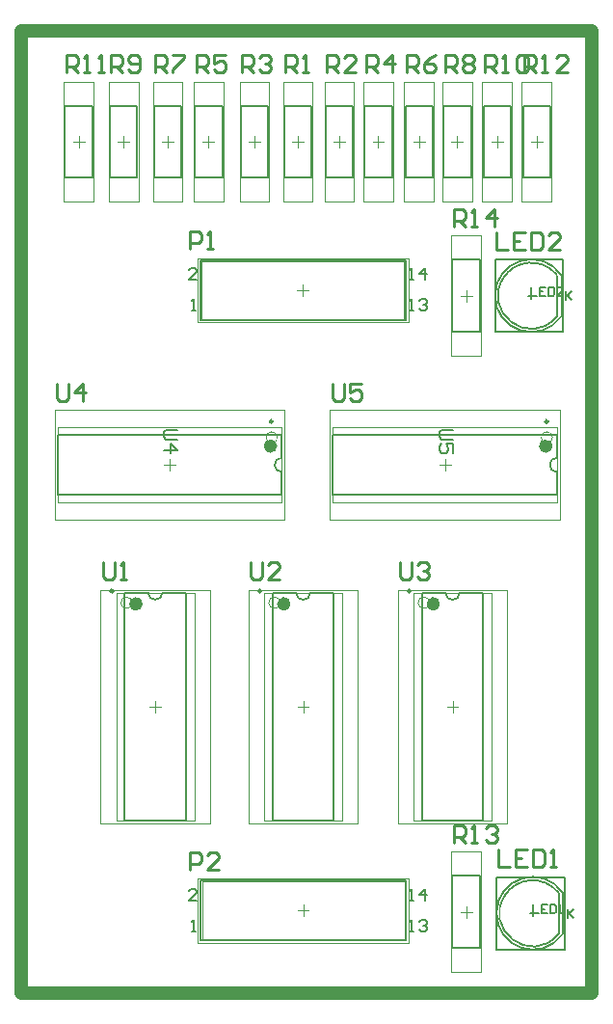
<source format=gto>
G04*
G04 #@! TF.GenerationSoftware,Altium Limited,Altium Designer,22.9.1 (49)*
G04*
G04 Layer_Color=65535*
%FSLAX44Y44*%
%MOMM*%
G71*
G04*
G04 #@! TF.SameCoordinates,73C1D453-A157-4A54-B1A5-12706931D713*
G04*
G04*
G04 #@! TF.FilePolarity,Positive*
G04*
G01*
G75*
%ADD10C,0.2000*%
%ADD11C,0.2500*%
%ADD12C,0.6000*%
%ADD13C,0.1524*%
%ADD14C,0.2540*%
%ADD15C,1.2000*%
%ADD16C,0.1500*%
%ADD17C,0.1000*%
%ADD18C,0.0500*%
D10*
X742368Y488465D02*
G03*
X695392Y485099I-22278J-18565D01*
G01*
X696398Y486624D02*
G03*
X742476Y451465I23692J-16724D01*
G01*
X741098Y1030755D02*
G03*
X694122Y1027389I-22278J-18565D01*
G01*
X695128Y1028914D02*
G03*
X741206Y993755I23692J-16724D01*
G01*
X741610Y869950D02*
G03*
X741610Y857250I0J-6350D01*
G01*
X499820Y869950D02*
G03*
X499820Y857250I0J-6350D01*
G01*
X643444Y751510D02*
G03*
X656144Y751510I6350J0D01*
G01*
X512179D02*
G03*
X524879Y751510I6350J0D01*
G01*
X382270D02*
G03*
X394970Y751510I6350J0D01*
G01*
X742950Y452120D02*
Y487680D01*
X649670Y502670D02*
X673670D01*
Y439670D02*
Y502670D01*
X649670Y439670D02*
Y502670D01*
Y439670D02*
X673670D01*
X741680Y994410D02*
Y1029970D01*
X649670Y1043690D02*
X673670D01*
Y980690D02*
Y1043690D01*
X649670Y980690D02*
Y1043690D01*
Y980690D02*
X673670D01*
X544609Y890100D02*
X741610D01*
X544609Y837100D02*
X741610D01*
Y869950D02*
Y890100D01*
Y837100D02*
Y857250D01*
X544609Y837100D02*
Y890100D01*
X302820D02*
X499820D01*
X302820Y837100D02*
X499820D01*
Y869950D02*
Y890100D01*
Y837100D02*
Y857250D01*
X302820Y837100D02*
Y890100D01*
X622794Y551510D02*
Y751510D01*
X676794Y551510D02*
Y751510D01*
X622794D02*
X643444D01*
X656144D02*
X676794D01*
X622794Y551510D02*
X676794D01*
X491529D02*
Y751510D01*
X545529Y551510D02*
Y751510D01*
X491529D02*
X512179D01*
X524879D02*
X545529D01*
X491529Y551510D02*
X545529D01*
X361620D02*
Y751510D01*
X415620Y551510D02*
Y751510D01*
X361620D02*
X382270D01*
X394970D02*
X415620D01*
X361620Y551510D02*
X415620D01*
X711561Y1115860D02*
X735561D01*
X711561D02*
Y1178860D01*
X735561Y1115860D02*
Y1178860D01*
X711561D02*
X735561D01*
X309370Y1115860D02*
X333370D01*
X309370D02*
Y1178860D01*
X333370Y1115860D02*
Y1178860D01*
X309370D02*
X333370D01*
X676880Y1115860D02*
X700880D01*
X676880D02*
Y1178860D01*
X700880Y1115860D02*
Y1178860D01*
X676880D02*
X700880D01*
X348829Y1115860D02*
X372829D01*
X348829D02*
Y1178860D01*
X372829Y1115860D02*
Y1178860D01*
X348829D02*
X372829D01*
X641866Y1115860D02*
X665866D01*
X641866D02*
Y1178860D01*
X665866Y1115860D02*
Y1178860D01*
X641866D02*
X665866D01*
X387619Y1115860D02*
X411619D01*
X387619D02*
Y1178860D01*
X411619Y1115860D02*
Y1178860D01*
X387619D02*
X411619D01*
X608343Y1115860D02*
X632343D01*
X608343D02*
Y1178860D01*
X632343Y1115860D02*
Y1178860D01*
X608343D02*
X632343D01*
X423379Y1115860D02*
X447379D01*
X423379D02*
Y1178860D01*
X447379Y1115860D02*
Y1178860D01*
X423379D02*
X447379D01*
X572486Y1115860D02*
X596486D01*
X572486D02*
Y1178860D01*
X596486Y1115860D02*
Y1178860D01*
X572486D02*
X596486D01*
X463688Y1115860D02*
X487688D01*
X463688D02*
Y1178860D01*
X487688Y1115860D02*
Y1178860D01*
X463688D02*
X487688D01*
X538231Y1115860D02*
X562231D01*
X538231D02*
Y1178860D01*
X562231Y1115860D02*
Y1178860D01*
X538231D02*
X562231D01*
X501739Y1115860D02*
X525739D01*
X501739D02*
Y1178860D01*
X525739Y1115860D02*
Y1178860D01*
X501739D02*
X525739D01*
X608929Y446149D02*
Y498449D01*
X428129D02*
X608929D01*
X428129Y446149D02*
X608929D01*
X428129D02*
Y498449D01*
X608786Y990821D02*
Y1043121D01*
X427985D02*
X608786D01*
X427985Y990821D02*
X608786D01*
X427985D02*
Y1043121D01*
X688340Y501650D02*
X748030D01*
Y438150D02*
Y501650D01*
X688340Y438150D02*
X748030D01*
X688340D02*
Y501650D01*
X687070Y1043940D02*
X746760D01*
Y980440D02*
Y1043940D01*
X687070Y980440D02*
X746760D01*
X687070D02*
Y1043940D01*
X746760Y487680D02*
G03*
X746255Y451440I-26526J-17754D01*
G01*
X745490Y1029970D02*
G03*
X744985Y993730I-26526J-17754D01*
G01*
X746760Y452120D02*
Y487680D01*
X717550Y469900D02*
X722630D01*
X720090Y467360D02*
Y472440D01*
X745490Y994410D02*
Y1029970D01*
X716280Y1012190D02*
X721360D01*
X718820Y1009650D02*
Y1014730D01*
D11*
X733560Y901700D02*
G03*
X733560Y901700I-1250J0D01*
G01*
X491770D02*
G03*
X491770Y901700I-1250J0D01*
G01*
X612944Y752910D02*
G03*
X612944Y752910I-1250J0D01*
G01*
X481679D02*
G03*
X481679Y752910I-1250J0D01*
G01*
X351770D02*
G03*
X351770Y752910I-1250J0D01*
G01*
D12*
X734610Y880100D02*
G03*
X734610Y880100I-3000J0D01*
G01*
X492820D02*
G03*
X492820Y880100I-3000J0D01*
G01*
X635794Y741510D02*
G03*
X635794Y741510I-3000J0D01*
G01*
X504529D02*
G03*
X504529Y741510I-3000J0D01*
G01*
X374620D02*
G03*
X374620Y741510I-3000J0D01*
G01*
D13*
X750570Y473708D02*
Y466090D01*
Y468629D01*
X755648Y473708D01*
X751840Y469899D01*
X755648Y466090D01*
X749300Y1015997D02*
Y1008380D01*
Y1010919D01*
X754378Y1015997D01*
X750570Y1012189D01*
X754378Y1008380D01*
X612029Y481299D02*
X615414D01*
X613722D01*
Y491456D01*
X612029Y489763D01*
X625571Y481299D02*
Y491456D01*
X620493Y486377D01*
X627264D01*
X612029Y454299D02*
X615414D01*
X613722D01*
Y464456D01*
X612029Y462763D01*
X620493D02*
X622186Y464456D01*
X625571D01*
X627264Y462763D01*
Y461070D01*
X625571Y459377D01*
X623878D01*
X625571D01*
X627264Y457685D01*
Y455992D01*
X625571Y454299D01*
X622186D01*
X620493Y455992D01*
X424800Y481299D02*
X418029D01*
X424800Y488070D01*
Y489763D01*
X423107Y491456D01*
X419722D01*
X418029Y489763D01*
X421029Y454299D02*
X424414D01*
X422722D01*
Y464456D01*
X421029Y462763D01*
X611886Y1025971D02*
X615271D01*
X613578D01*
Y1036128D01*
X611886Y1034435D01*
X625428Y1025971D02*
Y1036128D01*
X620350Y1031049D01*
X627121D01*
X611886Y998971D02*
X615271D01*
X613578D01*
Y1009128D01*
X611886Y1007435D01*
X620350D02*
X622042Y1009128D01*
X625428D01*
X627121Y1007435D01*
Y1005742D01*
X625428Y1004049D01*
X623735D01*
X625428D01*
X627121Y1002356D01*
Y1000664D01*
X625428Y998971D01*
X622042D01*
X620350Y1000664D01*
X424657Y1025971D02*
X417886D01*
X424657Y1032742D01*
Y1034435D01*
X422964Y1036128D01*
X419578D01*
X417886Y1034435D01*
X420886Y998971D02*
X424271D01*
X422578D01*
Y1009128D01*
X420886Y1007435D01*
X720090Y477518D02*
Y469900D01*
X725168D01*
X732786Y477518D02*
X727708D01*
Y469900D01*
X732786D01*
X727708Y473709D02*
X730247D01*
X735325Y477518D02*
Y469900D01*
X739134D01*
X740403Y471170D01*
Y476248D01*
X739134Y477518D01*
X735325D01*
X742943Y469900D02*
X745482D01*
X744212D01*
Y477518D01*
X742943Y476248D01*
X750570Y473708D02*
Y466090D01*
Y468629D01*
X755648Y473708D01*
X751840Y469899D01*
X755648Y466090D01*
X718820Y1019808D02*
Y1012190D01*
X723898D01*
X731516Y1019808D02*
X726438D01*
Y1012190D01*
X731516D01*
X726438Y1015999D02*
X728977D01*
X734055Y1019808D02*
Y1012190D01*
X737864D01*
X739133Y1013460D01*
Y1018538D01*
X737864Y1019808D01*
X734055D01*
X746751Y1012190D02*
X741673D01*
X746751Y1017268D01*
Y1018538D01*
X745481Y1019808D01*
X742942D01*
X741673Y1018538D01*
X749300Y1015997D02*
Y1008380D01*
Y1010919D01*
X754378Y1015997D01*
X750570Y1012189D01*
X754378Y1008380D01*
D14*
X651002Y1072896D02*
Y1088131D01*
X658620D01*
X661159Y1085592D01*
Y1080514D01*
X658620Y1077974D01*
X651002D01*
X656080D02*
X661159Y1072896D01*
X666237D02*
X671315D01*
X668776D01*
Y1088131D01*
X666237Y1085592D01*
X686551Y1072896D02*
Y1088131D01*
X678933Y1080514D01*
X689090D01*
X651002Y531876D02*
Y547111D01*
X658620D01*
X661159Y544572D01*
Y539493D01*
X658620Y536954D01*
X651002D01*
X656080D02*
X661159Y531876D01*
X666237D02*
X671315D01*
X668776D01*
Y547111D01*
X666237Y544572D01*
X678933D02*
X681472Y547111D01*
X686551D01*
X689090Y544572D01*
Y542033D01*
X686551Y539493D01*
X684011D01*
X686551D01*
X689090Y536954D01*
Y534415D01*
X686551Y531876D01*
X681472D01*
X678933Y534415D01*
X688594Y1068065D02*
Y1052830D01*
X698751D01*
X713986Y1068065D02*
X703829D01*
Y1052830D01*
X713986D01*
X703829Y1060447D02*
X708907D01*
X719064Y1068065D02*
Y1052830D01*
X726682D01*
X729221Y1055369D01*
Y1065526D01*
X726682Y1068065D01*
X719064D01*
X744456Y1052830D02*
X734299D01*
X744456Y1062987D01*
Y1065526D01*
X741917Y1068065D01*
X736838D01*
X734299Y1065526D01*
X689864Y525775D02*
Y510540D01*
X700021D01*
X715256Y525775D02*
X705099D01*
Y510540D01*
X715256D01*
X705099Y518158D02*
X710177D01*
X720334Y525775D02*
Y510540D01*
X727952D01*
X730491Y513079D01*
Y523236D01*
X727952Y525775D01*
X720334D01*
X735569Y510540D02*
X740648D01*
X738108D01*
Y525775D01*
X735569Y523236D01*
X544322Y935223D02*
Y922527D01*
X546861Y919988D01*
X551940D01*
X554479Y922527D01*
Y935223D01*
X569714D02*
X559557D01*
Y927606D01*
X564635Y930145D01*
X567175D01*
X569714Y927606D01*
Y922527D01*
X567175Y919988D01*
X562096D01*
X559557Y922527D01*
X302514Y935223D02*
Y922527D01*
X305053Y919988D01*
X310131D01*
X312671Y922527D01*
Y935223D01*
X325367Y919988D02*
Y935223D01*
X317749Y927606D01*
X327906D01*
X604012Y778251D02*
Y765555D01*
X606551Y763016D01*
X611629D01*
X614169Y765555D01*
Y778251D01*
X619247Y775712D02*
X621786Y778251D01*
X626865D01*
X629404Y775712D01*
Y773173D01*
X626865Y770633D01*
X624325D01*
X626865D01*
X629404Y768094D01*
Y765555D01*
X626865Y763016D01*
X621786D01*
X619247Y765555D01*
X472694Y778251D02*
Y765555D01*
X475233Y763016D01*
X480312D01*
X482851Y765555D01*
Y778251D01*
X498086Y763016D02*
X487929D01*
X498086Y773173D01*
Y775712D01*
X495547Y778251D01*
X490468D01*
X487929Y775712D01*
X342900Y778251D02*
Y765555D01*
X345439Y763016D01*
X350518D01*
X353057Y765555D01*
Y778251D01*
X358135Y763016D02*
X363213D01*
X360674D01*
Y778251D01*
X358135Y775712D01*
X712724Y1208024D02*
Y1223259D01*
X720341D01*
X722881Y1220720D01*
Y1215641D01*
X720341Y1213102D01*
X712724D01*
X717802D02*
X722881Y1208024D01*
X727959D02*
X733037D01*
X730498D01*
Y1223259D01*
X727959Y1220720D01*
X750812Y1208024D02*
X740655D01*
X750812Y1218181D01*
Y1220720D01*
X748272Y1223259D01*
X743194D01*
X740655Y1220720D01*
X310642Y1208024D02*
Y1223259D01*
X318260D01*
X320799Y1220720D01*
Y1215641D01*
X318260Y1213102D01*
X310642D01*
X315720D02*
X320799Y1208024D01*
X325877D02*
X330955D01*
X328416D01*
Y1223259D01*
X325877Y1220720D01*
X338573Y1208024D02*
X343651D01*
X341112D01*
Y1223259D01*
X338573Y1220720D01*
X678180Y1208024D02*
Y1223259D01*
X685798D01*
X688337Y1220720D01*
Y1215641D01*
X685798Y1213102D01*
X678180D01*
X683258D02*
X688337Y1208024D01*
X693415D02*
X698493D01*
X695954D01*
Y1223259D01*
X693415Y1220720D01*
X706111D02*
X708650Y1223259D01*
X713728D01*
X716268Y1220720D01*
Y1210563D01*
X713728Y1208024D01*
X708650D01*
X706111Y1210563D01*
Y1220720D01*
X350012Y1208024D02*
Y1223259D01*
X357630D01*
X360169Y1220720D01*
Y1215641D01*
X357630Y1213102D01*
X350012D01*
X355090D02*
X360169Y1208024D01*
X365247Y1210563D02*
X367786Y1208024D01*
X372865D01*
X375404Y1210563D01*
Y1220720D01*
X372865Y1223259D01*
X367786D01*
X365247Y1220720D01*
Y1218181D01*
X367786Y1215641D01*
X375404D01*
X643128Y1208024D02*
Y1223259D01*
X650745D01*
X653285Y1220720D01*
Y1215641D01*
X650745Y1213102D01*
X643128D01*
X648206D02*
X653285Y1208024D01*
X658363Y1220720D02*
X660902Y1223259D01*
X665981D01*
X668520Y1220720D01*
Y1218181D01*
X665981Y1215641D01*
X668520Y1213102D01*
Y1210563D01*
X665981Y1208024D01*
X660902D01*
X658363Y1210563D01*
Y1213102D01*
X660902Y1215641D01*
X658363Y1218181D01*
Y1220720D01*
X660902Y1215641D02*
X665981D01*
X388874Y1208024D02*
Y1223259D01*
X396492D01*
X399031Y1220720D01*
Y1215641D01*
X396492Y1213102D01*
X388874D01*
X393952D02*
X399031Y1208024D01*
X404109Y1223259D02*
X414266D01*
Y1220720D01*
X404109Y1210563D01*
Y1208024D01*
X609600D02*
Y1223259D01*
X617217D01*
X619757Y1220720D01*
Y1215641D01*
X617217Y1213102D01*
X609600D01*
X614678D02*
X619757Y1208024D01*
X634992Y1223259D02*
X629913Y1220720D01*
X624835Y1215641D01*
Y1210563D01*
X627374Y1208024D01*
X632453D01*
X634992Y1210563D01*
Y1213102D01*
X632453Y1215641D01*
X624835D01*
X424688Y1208024D02*
Y1223259D01*
X432305D01*
X434845Y1220720D01*
Y1215641D01*
X432305Y1213102D01*
X424688D01*
X429766D02*
X434845Y1208024D01*
X450080Y1223259D02*
X439923D01*
Y1215641D01*
X445001Y1218181D01*
X447541D01*
X450080Y1215641D01*
Y1210563D01*
X447541Y1208024D01*
X442462D01*
X439923Y1210563D01*
X573786Y1208024D02*
Y1223259D01*
X581404D01*
X583943Y1220720D01*
Y1215641D01*
X581404Y1213102D01*
X573786D01*
X578864D02*
X583943Y1208024D01*
X596639D02*
Y1223259D01*
X589021Y1215641D01*
X599178D01*
X465074Y1208024D02*
Y1223259D01*
X472691D01*
X475231Y1220720D01*
Y1215641D01*
X472691Y1213102D01*
X465074D01*
X470152D02*
X475231Y1208024D01*
X480309Y1220720D02*
X482848Y1223259D01*
X487927D01*
X490466Y1220720D01*
Y1218181D01*
X487927Y1215641D01*
X485387D01*
X487927D01*
X490466Y1213102D01*
Y1210563D01*
X487927Y1208024D01*
X482848D01*
X480309Y1210563D01*
X539496Y1208024D02*
Y1223259D01*
X547113D01*
X549653Y1220720D01*
Y1215641D01*
X547113Y1213102D01*
X539496D01*
X544574D02*
X549653Y1208024D01*
X564888D02*
X554731D01*
X564888Y1218181D01*
Y1220720D01*
X562349Y1223259D01*
X557270D01*
X554731Y1220720D01*
X502920Y1208024D02*
Y1223259D01*
X510537D01*
X513077Y1220720D01*
Y1215641D01*
X510537Y1213102D01*
X502920D01*
X507998D02*
X513077Y1208024D01*
X518155D02*
X523233D01*
X520694D01*
Y1223259D01*
X518155Y1220720D01*
X419100Y508254D02*
Y523489D01*
X426717D01*
X429257Y520950D01*
Y515872D01*
X426717Y513332D01*
X419100D01*
X444492Y508254D02*
X434335D01*
X444492Y518411D01*
Y520950D01*
X441953Y523489D01*
X436874D01*
X434335Y520950D01*
X418846Y1053084D02*
Y1068319D01*
X426464D01*
X429003Y1065780D01*
Y1060702D01*
X426464Y1058162D01*
X418846D01*
X434081Y1053084D02*
X439159D01*
X436620D01*
Y1068319D01*
X434081Y1065780D01*
D15*
X271056Y400050D02*
Y1244600D01*
Y400050D02*
X772160D01*
Y1244600D01*
X271056D02*
X772160D01*
D16*
X650026Y894080D02*
X640029D01*
X638030Y892081D01*
Y888082D01*
X640029Y886083D01*
X650026D01*
Y874087D02*
Y882084D01*
X644028D01*
X646027Y878085D01*
Y876086D01*
X644028Y874087D01*
X640029D01*
X638030Y876086D01*
Y880085D01*
X640029Y882084D01*
X408236Y894080D02*
X398239D01*
X396240Y892081D01*
Y888082D01*
X398239Y886083D01*
X408236D01*
X396240Y876086D02*
X408236D01*
X402238Y882084D01*
Y874087D01*
D17*
X737610Y887600D02*
G03*
X737610Y887600I-5000J0D01*
G01*
X495820D02*
G03*
X495820Y887600I-5000J0D01*
G01*
X629544Y742510D02*
G03*
X629544Y742510I-5000J0D01*
G01*
X498279D02*
G03*
X498279Y742510I-5000J0D01*
G01*
X368370D02*
G03*
X368370Y742510I-5000J0D01*
G01*
X649670Y439670D02*
X673670D01*
X649670D02*
Y502670D01*
X673670Y439670D02*
Y502670D01*
X649670D02*
X673670D01*
X649670Y980690D02*
X673670D01*
X649670D02*
Y1043690D01*
X673670Y980690D02*
Y1043690D01*
X649670D02*
X673670D01*
X544609Y896600D02*
X741610D01*
X544609Y830600D02*
X741610D01*
Y896600D01*
X544609Y830600D02*
Y896600D01*
X302820D02*
X499820D01*
X302820Y830600D02*
X499820D01*
Y896600D01*
X302820Y830600D02*
Y896600D01*
X615544Y551510D02*
Y751510D01*
X684044Y551510D02*
Y751510D01*
X615544D02*
X684044D01*
X615544Y551510D02*
X684044D01*
X484279D02*
Y751510D01*
X552779Y551510D02*
Y751510D01*
X484279D02*
X552779D01*
X484279Y551510D02*
X552779D01*
X354370D02*
Y751510D01*
X422870Y551510D02*
Y751510D01*
X354370D02*
X422870D01*
X354370Y551510D02*
X422870D01*
X711561Y1178860D02*
X735561D01*
Y1115860D02*
Y1178860D01*
X711561Y1115860D02*
Y1178860D01*
Y1115860D02*
X735561D01*
X309370Y1178860D02*
X333370D01*
Y1115860D02*
Y1178860D01*
X309370Y1115860D02*
Y1178860D01*
Y1115860D02*
X333370D01*
X676880Y1178860D02*
X700880D01*
Y1115860D02*
Y1178860D01*
X676880Y1115860D02*
Y1178860D01*
Y1115860D02*
X700880D01*
X348829Y1178860D02*
X372829D01*
Y1115860D02*
Y1178860D01*
X348829Y1115860D02*
Y1178860D01*
Y1115860D02*
X372829D01*
X641866Y1178860D02*
X665866D01*
Y1115860D02*
Y1178860D01*
X641866Y1115860D02*
Y1178860D01*
Y1115860D02*
X665866D01*
X387619Y1178860D02*
X411619D01*
Y1115860D02*
Y1178860D01*
X387619Y1115860D02*
Y1178860D01*
Y1115860D02*
X411619D01*
X608343Y1178860D02*
X632343D01*
Y1115860D02*
Y1178860D01*
X608343Y1115860D02*
Y1178860D01*
Y1115860D02*
X632343D01*
X423379Y1178860D02*
X447379D01*
Y1115860D02*
Y1178860D01*
X423379Y1115860D02*
Y1178860D01*
Y1115860D02*
X447379D01*
X572486Y1178860D02*
X596486D01*
Y1115860D02*
Y1178860D01*
X572486Y1115860D02*
Y1178860D01*
Y1115860D02*
X596486D01*
X463688Y1178860D02*
X487688D01*
Y1115860D02*
Y1178860D01*
X463688Y1115860D02*
Y1178860D01*
Y1115860D02*
X487688D01*
X538231Y1178860D02*
X562231D01*
Y1115860D02*
Y1178860D01*
X538231Y1115860D02*
Y1178860D01*
Y1115860D02*
X562231D01*
X501739Y1178860D02*
X525739D01*
Y1115860D02*
Y1178860D01*
X501739Y1115860D02*
Y1178860D01*
Y1115860D02*
X525739D01*
X429629Y497699D02*
X607429D01*
Y446899D02*
Y497699D01*
X429629Y446899D02*
X607429D01*
X429629D02*
Y497699D01*
X429486Y1042371D02*
X607286D01*
Y991571D02*
Y1042371D01*
X429486Y991571D02*
X607286D01*
X429486D02*
Y1042371D01*
X656670Y471170D02*
X666670D01*
X661670Y466170D02*
Y476170D01*
X656670Y1012190D02*
X666670D01*
X661670Y1007190D02*
Y1017190D01*
X643110Y858600D02*
Y868600D01*
X638110Y863600D02*
X648109D01*
X401320Y858600D02*
Y868600D01*
X396320Y863600D02*
X406320D01*
X644794Y651510D02*
X654794D01*
X649794Y646510D02*
Y656510D01*
X513529Y651510D02*
X523529D01*
X518529Y646510D02*
Y656510D01*
X383620Y651510D02*
X393620D01*
X388620Y646510D02*
Y656510D01*
X723561Y1142360D02*
Y1152360D01*
X718561Y1147360D02*
X728561D01*
X321371Y1142360D02*
Y1152360D01*
X316371Y1147360D02*
X326371D01*
X688880Y1142360D02*
Y1152360D01*
X683880Y1147360D02*
X693880D01*
X360829Y1142360D02*
Y1152360D01*
X355830Y1147360D02*
X365830D01*
X653866Y1142360D02*
Y1152360D01*
X648866Y1147360D02*
X658866D01*
X399619Y1142360D02*
Y1152360D01*
X394619Y1147360D02*
X404619D01*
X620343Y1142360D02*
Y1152360D01*
X615343Y1147360D02*
X625343D01*
X435379Y1142360D02*
Y1152360D01*
X430379Y1147360D02*
X440379D01*
X584486Y1142360D02*
Y1152360D01*
X579486Y1147360D02*
X589486D01*
X475688Y1142360D02*
Y1152360D01*
X470688Y1147360D02*
X480688D01*
X550231Y1142360D02*
Y1152360D01*
X545231Y1147360D02*
X555231D01*
X513739Y1142360D02*
Y1152360D01*
X508739Y1147360D02*
X518739D01*
D18*
X648670Y523920D02*
X674670D01*
X648670Y418420D02*
Y523920D01*
X674670Y418420D02*
Y523920D01*
X648670Y418420D02*
X674670D01*
X648670Y1064940D02*
X674670D01*
X648670Y959440D02*
Y1064940D01*
X674670Y959440D02*
Y1064940D01*
X648670Y959440D02*
X674670D01*
X542110Y912100D02*
X744110D01*
X542110Y815100D02*
X744110D01*
Y912100D01*
X542110Y815100D02*
Y912100D01*
X300320D02*
X502320D01*
X300320Y815100D02*
X502320D01*
Y912100D01*
X300320Y815100D02*
Y912100D01*
X601794Y549010D02*
Y754010D01*
X697794Y549010D02*
Y754010D01*
X601794D02*
X697794D01*
X601794Y549010D02*
X697794D01*
X470529D02*
Y754010D01*
X566529Y549010D02*
Y754010D01*
X470529D02*
X566529D01*
X470529Y549010D02*
X566529D01*
X340620D02*
Y754010D01*
X436620Y549010D02*
Y754010D01*
X340620D02*
X436620D01*
X340620Y549010D02*
X436620D01*
X710560Y1094610D02*
X736561D01*
Y1200110D01*
X710560Y1094610D02*
Y1200110D01*
X736561D01*
X308370Y1094610D02*
X334371D01*
Y1200110D01*
X308370Y1094610D02*
Y1200110D01*
X334371D01*
X675880Y1094610D02*
X701880D01*
Y1200110D01*
X675880Y1094610D02*
Y1200110D01*
X701880D01*
X347829Y1094610D02*
X373830D01*
Y1200110D01*
X347829Y1094610D02*
Y1200110D01*
X373830D01*
X640866Y1094610D02*
X666866D01*
Y1200110D01*
X640866Y1094610D02*
Y1200110D01*
X666866D01*
X386619Y1094610D02*
X412619D01*
Y1200110D01*
X386619Y1094610D02*
Y1200110D01*
X412619D01*
X607343Y1094610D02*
X633343D01*
Y1200110D01*
X607343Y1094610D02*
Y1200110D01*
X633343D01*
X422379Y1094610D02*
X448379D01*
Y1200110D01*
X422379Y1094610D02*
Y1200110D01*
X448379D01*
X571486Y1094610D02*
X597486D01*
Y1200110D01*
X571486Y1094610D02*
Y1200110D01*
X597486D01*
X462688Y1094610D02*
X488688D01*
Y1200110D01*
X462688Y1094610D02*
Y1200110D01*
X488688D01*
X537231Y1094610D02*
X563231D01*
Y1200110D01*
X537231Y1094610D02*
Y1200110D01*
X563231D01*
X500739Y1094610D02*
X526739D01*
Y1200110D01*
X500739Y1094610D02*
Y1200110D01*
X526739D01*
X426129Y444149D02*
Y500449D01*
Y444149D02*
X610929D01*
Y500449D01*
X426129D02*
X610929D01*
X518529Y467299D02*
Y477299D01*
X513529Y472299D02*
X523529D01*
X425985Y988821D02*
Y1045121D01*
Y988821D02*
X610786D01*
Y1045121D01*
X425985D02*
X610786D01*
X518386Y1011971D02*
Y1021971D01*
X513386Y1016971D02*
X523386D01*
M02*

</source>
